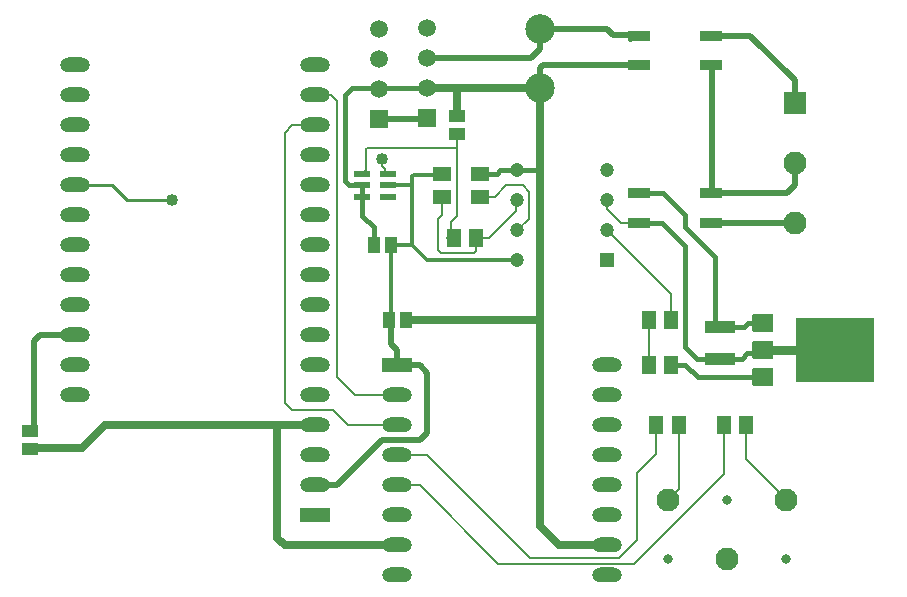
<source format=gtl>
G04*
G04 #@! TF.GenerationSoftware,Altium Limited,Altium Designer,19.1.8 (144)*
G04*
G04 Layer_Physical_Order=1*
G04 Layer_Color=255*
%FSLAX44Y44*%
%MOMM*%
G71*
G01*
G75*
%ADD12C,0.2540*%
%ADD15C,0.2032*%
%ADD16R,1.8500X0.9500*%
%ADD17R,2.6000X1.1000*%
%ADD18R,1.1000X1.4000*%
%ADD19R,1.3000X1.5000*%
%ADD20R,1.4500X0.5500*%
%ADD21R,1.4500X0.5500*%
G04:AMPARAMS|DCode=22|XSize=1.524mm|YSize=1.778mm|CornerRadius=0.0838mm|HoleSize=0mm|Usage=FLASHONLY|Rotation=90.000|XOffset=0mm|YOffset=0mm|HoleType=Round|Shape=RoundedRectangle|*
%AMROUNDEDRECTD22*
21,1,1.5240,1.6104,0,0,90.0*
21,1,1.3564,1.7780,0,0,90.0*
1,1,0.1676,0.8052,0.6782*
1,1,0.1676,0.8052,-0.6782*
1,1,0.1676,-0.8052,-0.6782*
1,1,0.1676,-0.8052,0.6782*
%
%ADD22ROUNDEDRECTD22*%
G04:AMPARAMS|DCode=23|XSize=5.45mm|YSize=6.6mm|CornerRadius=0.0545mm|HoleSize=0mm|Usage=FLASHONLY|Rotation=90.000|XOffset=0mm|YOffset=0mm|HoleType=Round|Shape=RoundedRectangle|*
%AMROUNDEDRECTD23*
21,1,5.4500,6.4910,0,0,90.0*
21,1,5.3410,6.6000,0,0,90.0*
1,1,0.1090,3.2455,2.6705*
1,1,0.1090,3.2455,-2.6705*
1,1,0.1090,-3.2455,-2.6705*
1,1,0.1090,-3.2455,2.6705*
%
%ADD23ROUNDEDRECTD23*%
%ADD24R,1.4000X1.1000*%
%ADD25R,1.5000X1.3000*%
%ADD47C,0.3048*%
%ADD48C,0.3810*%
%ADD49C,0.7620*%
%ADD50C,0.5080*%
%ADD51C,0.6350*%
%ADD52C,1.5000*%
%ADD53R,1.5000X1.5000*%
%ADD54R,1.2000X1.2000*%
%ADD55C,1.2000*%
%ADD56R,1.9500X1.9500*%
%ADD57C,1.9500*%
%ADD58C,0.8000*%
%ADD59O,2.5400X1.2700*%
%ADD60R,2.5400X1.2700*%
%ADD61C,2.5000*%
%ADD62C,1.0160*%
D12*
X361950Y361950D02*
Y364490D01*
X57150Y355600D02*
X88900D01*
X50800D02*
X57150D01*
X101600Y342900D02*
X139700D01*
X88900Y355600D02*
X101600Y342900D01*
D15*
X599440Y237694D02*
X601384Y235750D01*
X698720Y218440D02*
X711170D01*
X430609Y334089D02*
Y341709D01*
X407670Y311150D02*
X430609Y334089D01*
X396850Y311150D02*
X407670D01*
X386080Y398900D02*
Y403980D01*
X372366Y311150D02*
X375920Y314704D01*
Y324104D02*
X381000Y329184D01*
X375920Y314704D02*
Y324104D01*
X381000Y387350D02*
Y398900D01*
Y329184D02*
Y387350D01*
Y398900D02*
Y403980D01*
X519230Y324050D02*
X534900D01*
X508000Y335280D02*
X519230Y324050D01*
X508000Y335280D02*
Y342900D01*
X279400Y193040D02*
Y426720D01*
X274320Y431800D02*
X279400Y426720D01*
X260350Y431800D02*
X274320D01*
X241300Y406400D02*
X260350D01*
X234950Y400050D02*
X241300Y406400D01*
X396850Y300330D02*
Y311150D01*
X394970Y298450D02*
X396850Y300330D01*
X367030Y298450D02*
X394970D01*
X364784Y300696D02*
X367030Y298450D01*
X364784Y300696D02*
Y326684D01*
X368300Y330200D01*
X330200Y127000D02*
X355600D01*
X325669D02*
X330200D01*
X355600D02*
X442722Y39878D01*
X323850Y125181D02*
X325669Y127000D01*
X625450Y123850D02*
X660000Y89300D01*
X559200D02*
X568300Y98400D01*
X241300Y165100D02*
X276098D01*
X234950Y171450D02*
X241300Y165100D01*
X234950Y171450D02*
Y400050D01*
X276098Y165100D02*
X288798Y152400D01*
X279400Y193040D02*
X294640Y177800D01*
X415544Y35306D02*
X530606D01*
X349250Y101600D02*
X415544Y35306D01*
X330200Y101600D02*
X349250D01*
X442722Y39878D02*
X517437D01*
X533039Y55479D01*
Y111907D02*
X549300Y128168D01*
X533039Y55479D02*
Y111907D01*
X568300Y98400D02*
Y152400D01*
X625450Y123850D02*
Y152400D01*
X323850Y101600D02*
X330200D01*
X606450Y111150D02*
Y152400D01*
X530606Y35306D02*
X606450Y111150D01*
X601384Y235750D02*
X603250D01*
X304800Y387350D02*
X381000D01*
X303650Y386200D02*
X304800Y387350D01*
X303650Y368350D02*
Y386200D01*
X319902Y365492D02*
X320294Y365100D01*
X319902Y365492D02*
Y369708D01*
X317500Y372110D02*
X319902Y369708D01*
X317500Y372110D02*
Y377952D01*
X430609Y341709D02*
X431800Y342900D01*
X368300Y330200D02*
Y342900D01*
X649986Y324050D02*
X650186Y323850D01*
X300400Y365100D02*
X303650Y368350D01*
X542950Y203200D02*
Y241300D01*
X508000Y317500D02*
X561950Y263550D01*
Y241300D02*
Y263550D01*
X400050Y346100D02*
X413004D01*
X422504Y355600D01*
X436372D01*
X441706Y350266D01*
Y327406D02*
Y350266D01*
X431800Y317500D02*
X441706Y327406D01*
X549300Y128168D02*
Y152400D01*
X294640Y177800D02*
X330200D01*
X288798Y152400D02*
X330200D01*
X320294Y365100D02*
X321900D01*
D16*
X534900Y482400D02*
D03*
Y457400D02*
D03*
X595400D02*
D03*
Y482400D02*
D03*
X534900Y349050D02*
D03*
Y324050D02*
D03*
X595400D02*
D03*
Y349050D02*
D03*
D17*
X603250Y208750D02*
D03*
Y235750D02*
D03*
D18*
X337700Y241300D02*
D03*
X322700D02*
D03*
X325000Y304800D02*
D03*
X310000D02*
D03*
D19*
X542950Y203200D02*
D03*
X561950D02*
D03*
X568300Y152400D02*
D03*
X549300D02*
D03*
X396850Y311150D02*
D03*
X377850D02*
D03*
X561950Y241300D02*
D03*
X542950D02*
D03*
X625450Y152400D02*
D03*
X606450D02*
D03*
D20*
X300400Y365100D02*
D03*
D21*
X300400Y355600D02*
D03*
Y346100D02*
D03*
X321900D02*
D03*
Y355600D02*
D03*
Y365100D02*
D03*
D22*
X640080Y238760D02*
D03*
Y193160D02*
D03*
X639974Y215960D02*
D03*
D23*
X701080D02*
D03*
D24*
X381000Y398900D02*
D03*
Y413900D02*
D03*
X19050Y147200D02*
D03*
Y132200D02*
D03*
D25*
X368300Y365100D02*
D03*
Y346100D02*
D03*
X400050D02*
D03*
Y365100D02*
D03*
D47*
X344170Y364490D02*
X361950D01*
X342900Y363220D02*
X344170Y364490D01*
X325000Y241300D02*
Y304800D01*
X342900Y355600D02*
Y363220D01*
X355600Y292100D02*
X431800D01*
X342900Y304800D02*
X355600Y292100D01*
X325000Y304800D02*
X342900D01*
Y355600D01*
X321900D02*
X342900D01*
D48*
X626974Y238900D02*
X641350D01*
X574040Y320040D02*
Y330200D01*
X555190Y349050D02*
X574040Y330200D01*
X534900Y349050D02*
X555190D01*
X599440Y237694D02*
Y294640D01*
X574040Y320040D02*
X599440Y294640D01*
X561950Y203200D02*
X574040D01*
X584340Y192900D01*
X626402Y213360D02*
X635000D01*
X621792Y208750D02*
X626402Y213360D01*
X449580Y368300D02*
X450850Y369570D01*
X431800Y368300D02*
X449580D01*
X292100Y438150D02*
X355600D01*
X584340Y192900D02*
X641350D01*
X450850Y482600D02*
Y487896D01*
X527555Y479555D02*
Y482600D01*
X450850Y482600D02*
X453498Y485248D01*
X448074Y479823D02*
X450850Y482600D01*
X351905Y463550D02*
X355600D01*
X553950Y324050D02*
X574040Y303960D01*
Y218440D02*
Y303960D01*
Y218440D02*
X583730Y208750D01*
X603250D01*
X534900Y324050D02*
X553950D01*
X310000Y304800D02*
Y319920D01*
X300400Y329520D02*
X310000Y319920D01*
X300400Y329520D02*
Y346100D01*
X289560Y355600D02*
X300400D01*
X285750Y359410D02*
X289560Y355600D01*
X285750Y359410D02*
Y431800D01*
X292100Y438150D01*
X603250Y235750D02*
X623824D01*
X530400Y482400D02*
X534900D01*
X527555Y479555D02*
X530400Y482400D01*
X666750Y323850D02*
X673100D01*
X300400Y346100D02*
Y355600D01*
X417474Y368300D02*
X431800D01*
X414274Y365100D02*
X417474Y368300D01*
X400050Y365100D02*
X414274D01*
X623824Y235750D02*
X626974Y238900D01*
X603250Y208750D02*
X621792D01*
D49*
X639974Y215960D02*
X701080D01*
D50*
X354330Y411480D02*
X355600Y412750D01*
X314960Y411480D02*
X354330D01*
X450850Y487896D02*
X507784D01*
X513080Y482600D01*
X450850Y438150D02*
Y455168D01*
Y471170D02*
Y482600D01*
X443230Y463550D02*
X450850Y471170D01*
X355600Y463550D02*
X443230D01*
X513080Y482600D02*
X527555D01*
X325000Y221100D02*
Y241300D01*
X317500Y139700D02*
X349250D01*
X279400Y101600D02*
X317500Y139700D01*
X260350Y101600D02*
X279400D01*
X330200Y203200D02*
Y215900D01*
X325000Y221100D02*
X330200Y215900D01*
X355600Y146050D02*
Y196850D01*
X349250Y203200D02*
X355600Y196850D01*
X330200Y203200D02*
X349250D01*
Y139700D02*
X355600Y146050D01*
X453082Y457400D02*
X534900D01*
X450850Y455168D02*
X453082Y457400D01*
X22352Y147659D02*
Y223520D01*
X666750Y431800D02*
Y444500D01*
X595486Y349137D02*
X611832D01*
X596900Y349250D02*
Y458021D01*
X666750Y355600D02*
Y368300D01*
X611832Y349137D02*
X660286D01*
X666750Y355600D01*
X650186Y323850D02*
X666750D01*
X27432Y228600D02*
X55880D01*
X22352Y223520D02*
X27432Y228600D01*
X596900Y324050D02*
X649986D01*
X603250Y482400D02*
X628850D01*
X666750Y444500D01*
D51*
X381000Y438150D02*
X450850D01*
Y241300D02*
Y369570D01*
X355600Y438150D02*
X381000D01*
Y413900D02*
Y438150D01*
X228600Y57150D02*
Y148293D01*
Y57150D02*
X234950Y50800D01*
X82430Y152400D02*
X260350D01*
X63380Y133350D02*
X82430Y152400D01*
X450850Y437896D02*
Y438150D01*
Y370840D02*
Y437896D01*
Y67310D02*
Y241300D01*
X337700D02*
X450850D01*
X27326Y133350D02*
X63380D01*
X450850Y67310D02*
X467360Y50800D01*
X234950D02*
X330200D01*
X467360D02*
X508000D01*
D52*
X355600Y488950D02*
D03*
Y463550D02*
D03*
Y438150D02*
D03*
X314960Y487680D02*
D03*
Y462280D02*
D03*
Y436880D02*
D03*
D53*
X355600Y412750D02*
D03*
X314960Y411480D02*
D03*
D54*
X508000Y292100D02*
D03*
D55*
Y317500D02*
D03*
Y342900D02*
D03*
Y368300D02*
D03*
X431800D02*
D03*
Y342900D02*
D03*
Y317500D02*
D03*
Y292100D02*
D03*
D56*
X666750Y425450D02*
D03*
D57*
Y374650D02*
D03*
Y323850D02*
D03*
X559600Y88900D02*
D03*
X659600D02*
D03*
X609600Y38900D02*
D03*
D58*
Y88900D02*
D03*
X559600Y38900D02*
D03*
X659600D02*
D03*
D59*
X508000Y25400D02*
D03*
Y50800D02*
D03*
Y76200D02*
D03*
Y101600D02*
D03*
Y127000D02*
D03*
Y152400D02*
D03*
Y177800D02*
D03*
Y203200D02*
D03*
X330200Y25400D02*
D03*
Y50800D02*
D03*
Y76200D02*
D03*
Y101600D02*
D03*
Y127000D02*
D03*
Y152400D02*
D03*
Y177800D02*
D03*
X57150Y457200D02*
D03*
Y431800D02*
D03*
Y406400D02*
D03*
Y381000D02*
D03*
Y355600D02*
D03*
Y330200D02*
D03*
Y304800D02*
D03*
Y279400D02*
D03*
Y254000D02*
D03*
Y228600D02*
D03*
Y203200D02*
D03*
Y177800D02*
D03*
X260350Y457200D02*
D03*
Y431800D02*
D03*
Y406400D02*
D03*
Y381000D02*
D03*
Y355600D02*
D03*
Y330200D02*
D03*
Y304800D02*
D03*
Y279400D02*
D03*
Y254000D02*
D03*
Y228600D02*
D03*
Y203200D02*
D03*
Y177800D02*
D03*
Y152400D02*
D03*
Y127000D02*
D03*
Y101600D02*
D03*
D60*
X330200Y203200D02*
D03*
X260350Y76200D02*
D03*
D61*
X450850Y487896D02*
D03*
Y437896D02*
D03*
D62*
X139700Y342900D02*
D03*
X317500Y377952D02*
D03*
M02*

</source>
